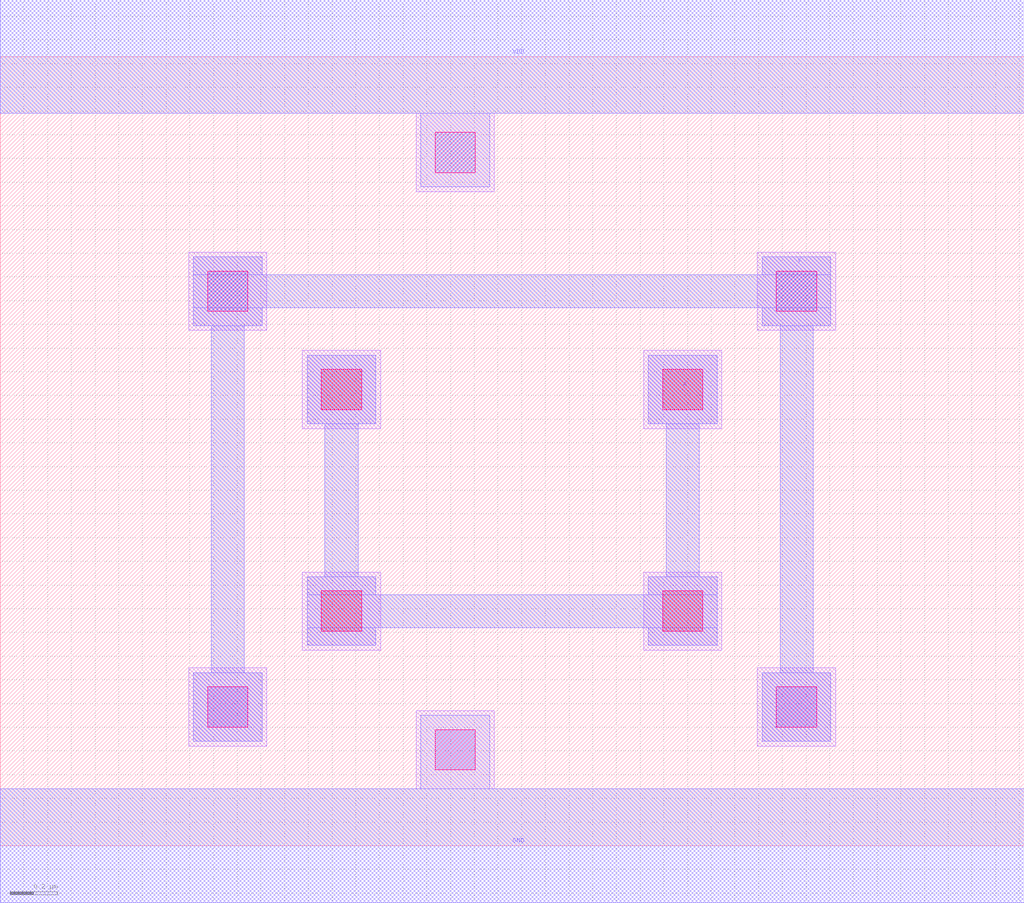
<source format=lef>
MACRO INVX4
 CLASS CORE ;
 FOREIGN INVX4 0 0 ;
 SIZE 4.32 BY 3.33 ;
 ORIGIN 0 0 ;
 SYMMETRY X Y R90 ;
 SITE unit ;
  PIN VDD
   DIRECTION INOUT ;
   USE POWER ;
   SHAPE ABUTMENT ;
    PORT
     CLASS CORE ;
       LAYER met1 ;
        RECT 0.00000000 3.09000000 4.32000000 3.57000000 ;
    END
  END VDD

  PIN GND
   DIRECTION INOUT ;
   USE POWER ;
   SHAPE ABUTMENT ;
    PORT
     CLASS CORE ;
       LAYER met1 ;
        RECT 0.00000000 -0.24000000 4.32000000 0.24000000 ;
    END
  END GND

  PIN Y
   DIRECTION INOUT ;
   USE SIGNAL ;
   SHAPE ABUTMENT ;
    PORT
     CLASS CORE ;
       LAYER met1 ;
        RECT 0.81500000 0.44000000 1.10500000 0.73000000 ;
        RECT 3.21500000 0.44000000 3.50500000 0.73000000 ;
        RECT 0.89000000 0.73000000 1.03000000 2.19500000 ;
        RECT 3.29000000 0.73000000 3.43000000 2.19500000 ;
        RECT 0.81500000 2.19500000 1.10500000 2.27000000 ;
        RECT 3.21500000 2.19500000 3.50500000 2.27000000 ;
        RECT 0.81500000 2.27000000 3.50500000 2.41000000 ;
        RECT 0.81500000 2.41000000 1.10500000 2.48500000 ;
        RECT 3.21500000 2.41000000 3.50500000 2.48500000 ;
    END
  END Y

  PIN A
   DIRECTION INOUT ;
   USE SIGNAL ;
   SHAPE ABUTMENT ;
    PORT
     CLASS CORE ;
       LAYER met1 ;
        RECT 1.29500000 0.84500000 1.58500000 0.92000000 ;
        RECT 2.73500000 0.84500000 3.02500000 0.92000000 ;
        RECT 1.29500000 0.92000000 3.02500000 1.06000000 ;
        RECT 1.29500000 1.06000000 1.58500000 1.13500000 ;
        RECT 2.73500000 1.06000000 3.02500000 1.13500000 ;
        RECT 1.37000000 1.13500000 1.51000000 1.78000000 ;
        RECT 2.81000000 1.13500000 2.95000000 1.78000000 ;
        RECT 1.29500000 1.78000000 1.58500000 2.07000000 ;
        RECT 2.73500000 1.78000000 3.02500000 2.07000000 ;
    END
  END A

 OBS
    LAYER polycont ;
     RECT 1.35500000 0.90500000 1.52500000 1.07500000 ;
     RECT 2.79500000 0.90500000 2.96500000 1.07500000 ;
     RECT 1.35500000 1.84000000 1.52500000 2.01000000 ;
     RECT 2.79500000 1.84000000 2.96500000 2.01000000 ;

    LAYER pdiffc ;
     RECT 0.87500000 2.25500000 1.04500000 2.42500000 ;
     RECT 3.27500000 2.25500000 3.44500000 2.42500000 ;
     RECT 1.83500000 2.84000000 2.00500000 3.01000000 ;

    LAYER ndiffc ;
     RECT 1.83500000 0.32000000 2.00500000 0.49000000 ;
     RECT 0.87500000 0.50000000 1.04500000 0.67000000 ;
     RECT 3.27500000 0.50000000 3.44500000 0.67000000 ;

    LAYER li1 ;
     RECT 1.75500000 0.24000000 2.08500000 0.57000000 ;
     RECT 0.79500000 0.42000000 1.12500000 0.75000000 ;
     RECT 3.19500000 0.42000000 3.52500000 0.75000000 ;
     RECT 1.27500000 0.82500000 1.60500000 1.15500000 ;
     RECT 2.71500000 0.82500000 3.04500000 1.15500000 ;
     RECT 1.27500000 1.76000000 1.60500000 2.09000000 ;
     RECT 2.71500000 1.76000000 3.04500000 2.09000000 ;
     RECT 0.79500000 2.17500000 1.12500000 2.50500000 ;
     RECT 3.19500000 2.17500000 3.52500000 2.50500000 ;
     RECT 1.75500000 2.76000000 2.08500000 3.09000000 ;

    LAYER viali ;
     RECT 1.83500000 0.32000000 2.00500000 0.49000000 ;
     RECT 0.87500000 0.50000000 1.04500000 0.67000000 ;
     RECT 3.27500000 0.50000000 3.44500000 0.67000000 ;
     RECT 1.35500000 0.90500000 1.52500000 1.07500000 ;
     RECT 2.79500000 0.90500000 2.96500000 1.07500000 ;
     RECT 1.35500000 1.84000000 1.52500000 2.01000000 ;
     RECT 2.79500000 1.84000000 2.96500000 2.01000000 ;
     RECT 0.87500000 2.25500000 1.04500000 2.42500000 ;
     RECT 3.27500000 2.25500000 3.44500000 2.42500000 ;
     RECT 1.83500000 2.84000000 2.00500000 3.01000000 ;

    LAYER met1 ;
     RECT 0.00000000 -0.24000000 4.32000000 0.24000000 ;
     RECT 1.77500000 0.24000000 2.06500000 0.55000000 ;
     RECT 1.29500000 0.84500000 1.58500000 0.92000000 ;
     RECT 2.73500000 0.84500000 3.02500000 0.92000000 ;
     RECT 1.29500000 0.92000000 3.02500000 1.06000000 ;
     RECT 1.29500000 1.06000000 1.58500000 1.13500000 ;
     RECT 2.73500000 1.06000000 3.02500000 1.13500000 ;
     RECT 1.37000000 1.13500000 1.51000000 1.78000000 ;
     RECT 2.81000000 1.13500000 2.95000000 1.78000000 ;
     RECT 1.29500000 1.78000000 1.58500000 2.07000000 ;
     RECT 2.73500000 1.78000000 3.02500000 2.07000000 ;
     RECT 0.81500000 0.44000000 1.10500000 0.73000000 ;
     RECT 3.21500000 0.44000000 3.50500000 0.73000000 ;
     RECT 0.89000000 0.73000000 1.03000000 2.19500000 ;
     RECT 3.29000000 0.73000000 3.43000000 2.19500000 ;
     RECT 0.81500000 2.19500000 1.10500000 2.27000000 ;
     RECT 3.21500000 2.19500000 3.50500000 2.27000000 ;
     RECT 0.81500000 2.27000000 3.50500000 2.41000000 ;
     RECT 0.81500000 2.41000000 1.10500000 2.48500000 ;
     RECT 3.21500000 2.41000000 3.50500000 2.48500000 ;
     RECT 1.77500000 2.78000000 2.06500000 3.09000000 ;
     RECT 0.00000000 3.09000000 4.32000000 3.57000000 ;

 END
END INVX4

</source>
